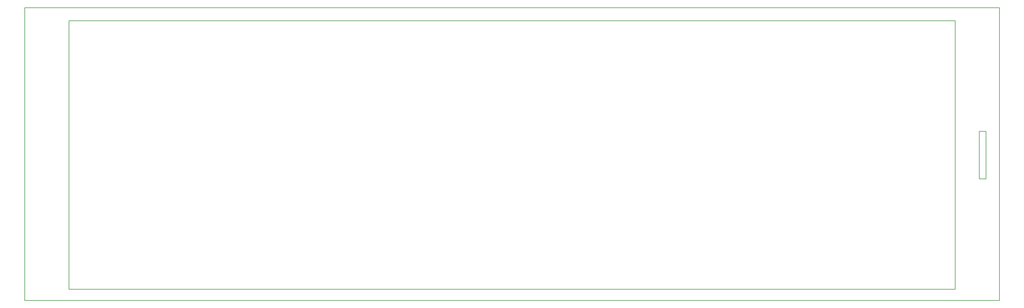
<source format=gko>
G04 Layer: BoardOutlineLayer*
G04 EasyEDA v6.5.34, 2023-08-21 18:11:39*
G04 cedbefc2bb4b41dc9234c798fc5412df,5a6b42c53f6a479593ecc07194224c93,10*
G04 Gerber Generator version 0.2*
G04 Scale: 100 percent, Rotated: No, Reflected: No *
G04 Dimensions in millimeters *
G04 leading zeros omitted , absolute positions ,4 integer and 5 decimal *
%FSLAX45Y45*%
%MOMM*%

%ADD10C,0.2540*%
D10*
X2032000Y13296900D02*
G01*
X46228000Y13296900D01*
X46227908Y0D01*
X2031994Y0D01*
X2032000Y13296900D01*
X45313508Y7683489D02*
G01*
X45313508Y5524489D01*
X45313508Y5524489D02*
G01*
X45618308Y5524489D01*
X45618308Y5524489D02*
G01*
X45618308Y7683489D01*
X45618308Y7683489D02*
G01*
X45313508Y7683489D01*
X4038592Y12699974D02*
G01*
X4038592Y508000D01*
X4038592Y508000D02*
G01*
X44221311Y508000D01*
X44221311Y508000D02*
G01*
X44221311Y12699974D01*
X44221311Y12699974D02*
G01*
X4038592Y12699974D01*

%LPD*%
M02*

</source>
